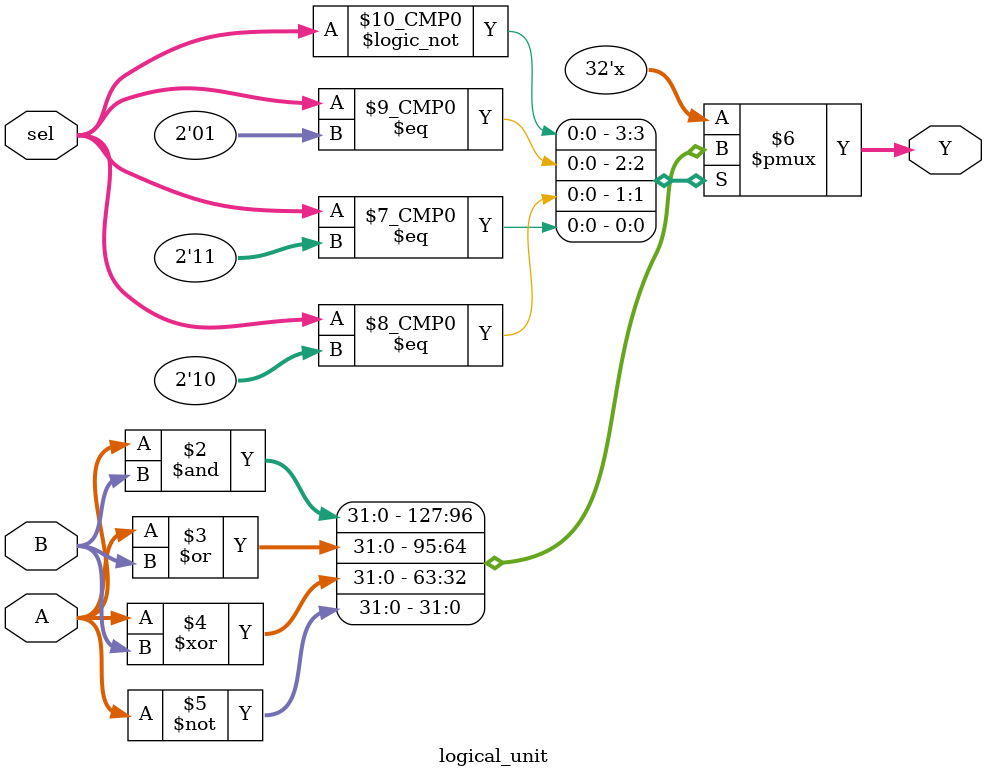
<source format=v>
module logical_unit (
    input wire [31:0] A,
    input wire [31:0] B,
    input wire [1:0] sel,
    output reg [31:0] Y
    
);

always @(*)
    begin
        case (sel)
           2'b00 : Y = ( A & B);
           2'b01 : Y = ( A | B);
           2'b10 : Y = (A ^ B);
           2'b11 : Y = ~A; 
            default: Y = 0;
        endcase
    end

    
endmodule
</source>
